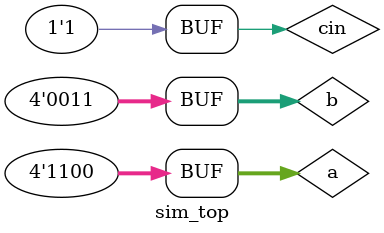
<source format=v>
`timescale 1ns / 1ns
module	sim_top;
	parameter		width =	4;
	reg 	[width-1	:0]	a;
	reg 	[width-1	:0]	b;
	reg			      cin;
	wire 	[width-1	:0]	s;
	wire			     cout;

	initial begin
		cin 	= 'b1	;
		a 	= 'd10	;
		b 	= 'd2 	;
		#15		;
		a 	= 'd11	;
		#15		;
		a 	= 'd12	;
		b 	= 'd3 	;
	end

	carryLHN#(
		.width	(width)
	)dut(
		.a	(a	),
		.b	(b	),
		.cin	(cin	),
		.s	(s	),
		.cout   (cout	)  
	);


endmodule



</source>
